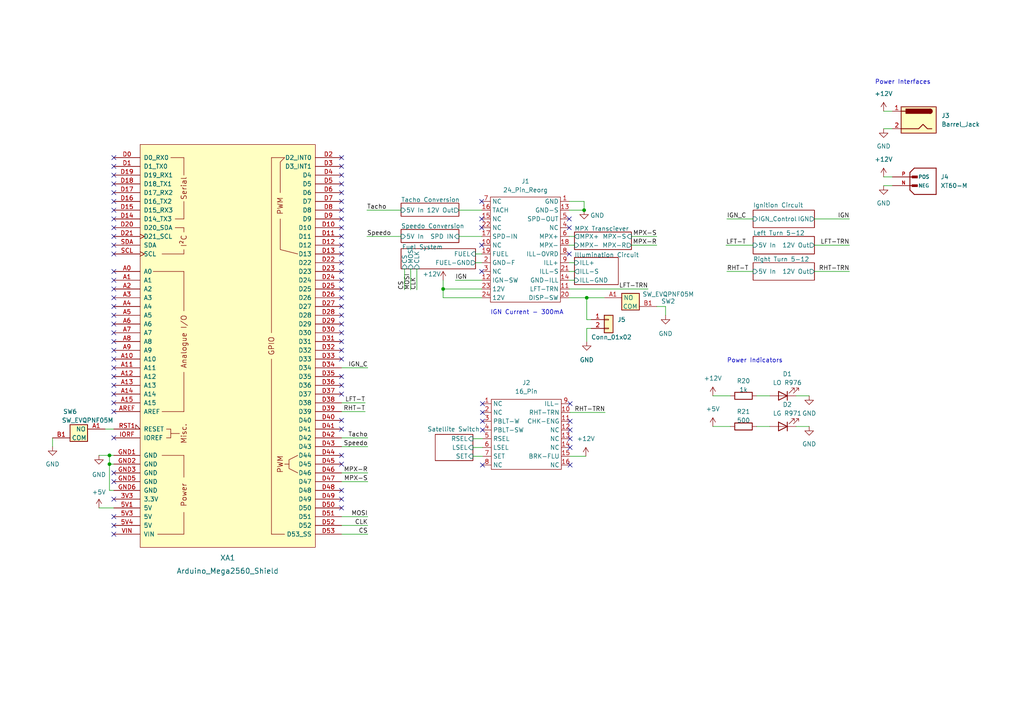
<source format=kicad_sch>
(kicad_sch (version 20230121) (generator eeschema)
  (paper "A4")
  (lib_symbols
    (symbol "Connector:Barrel_Jack" (pin_names (offset 1.016))
      (property "Reference" "J" (at 0 5.334 0))
      (property "Value" "Barrel_Jack" (at 0 -5.08 0))
      (symbol "Barrel_Jack_0_1"
        (rectangle (start -5.08 3.81) (end 5.08 -3.81) (stroke (width 0.254)) (fill (type background)))
        (arc (start -3.302 3.175) (mid -3.9343 2.54) (end -3.302 1.905) (stroke (width 0.254)))
        (arc (start -3.302 3.175) (mid -3.9343 2.54) (end -3.302 1.905) (stroke (width 0.254)) (fill (type outline)))
        (polyline (pts (xy 5.08 2.54) (xy 3.81 2.54)) (stroke (width 0.254)))
        (polyline (pts (xy -3.81 -2.54) (xy -2.54 -2.54) (xy -1.27 -1.27) (xy 0 -2.54) (xy 2.54 -2.54) (xy 5.08 -2.54)) (stroke (width 0.254)))
        (rectangle (start 3.683 3.175) (end -3.302 1.905) (stroke (width 0.254)) (fill (type outline)))
      )
      (symbol "Barrel_Jack_1_1"
        (pin passive line (at 7.62 2.54 180) (length 2.54) (name "~") (number "1"))
        (pin passive line (at 7.62 -2.54 180) (length 2.54) (name "~") (number "2"))
      )
    )
    (symbol "Connector_Generic:Conn_01x02" (pin_names (offset 1.016) hide)
      (property "Reference" "J" (at 0 2.54 0))
      (property "Value" "Conn_01x02" (at 0 -5.08 0))
      (symbol "Conn_01x02_1_1"
        (rectangle (start -1.27 -2.413) (end 0 -2.667) (stroke (width 0.1524)))
        (rectangle (start -1.27 0.127) (end 0 -0.127) (stroke (width 0.1524)))
        (rectangle (start -1.27 1.27) (end 1.27 -3.81) (stroke (width 0.254)) (fill (type background)))
        (pin passive line (at -5.08 0 0) (length 3.81) (name "Pin_1") (number "1"))
        (pin passive line (at -5.08 -2.54 0) (length 3.81) (name "Pin_2") (number "2"))
      )
    )
    (symbol "Device:LED" (pin_numbers hide) (pin_names (offset 1.016) hide)
      (property "Reference" "D" (at 0 2.54 0))
      (property "Value" "LED" (at 0 -2.54 0))
      (symbol "LED_0_1"
        (polyline (pts (xy -1.27 -1.27) (xy -1.27 1.27)) (stroke (width 0.254)))
        (polyline (pts (xy -1.27 0) (xy 1.27 0)))
        (polyline (pts (xy 1.27 -1.27) (xy 1.27 1.27) (xy -1.27 0) (xy 1.27 -1.27)) (stroke (width 0.254)))
        (polyline (pts (xy -3.048 -0.762) (xy -4.572 -2.286) (xy -3.81 -2.286) (xy -4.572 -2.286) (xy -4.572 -1.524)))
        (polyline (pts (xy -1.778 -0.762) (xy -3.302 -2.286) (xy -2.54 -2.286) (xy -3.302 -2.286) (xy -3.302 -1.524)))
      )
      (symbol "LED_1_1"
        (pin passive line (at -3.81 0 0) (length 2.54) (name "K") (number "1"))
        (pin passive line (at 3.81 0 180) (length 2.54) (name "A") (number "2"))
      )
    )
    (symbol "Device:R" (pin_numbers hide) (pin_names (offset 0))
      (property "Reference" "R" (at 2.032 0 90))
      (property "Value" "R" (at 0 0 90))
      (symbol "R_0_1"
        (rectangle (start -1.016 -2.54) (end 1.016 2.54) (stroke (width 0.254)))
      )
      (symbol "R_1_1"
        (pin passive line (at 0 3.81 270) (length 1.27) (name "~") (number "1"))
        (pin passive line (at 0 -3.81 90) (length 1.27) (name "~") (number "2"))
      )
    )
    (symbol "IS250 Interface Board:16_Pin"
      (property "Reference" "J" (at -8.89 11.43 0))
      (property "Value" "16_Pin" (at 6.35 -11.43 0))
      (symbol "16_Pin_0_1"
        (rectangle (start -10.16 10.16) (end 10.16 -10.16))
      )
      (symbol "16_Pin_1_1"
        (pin input line (at -12.7 8.89 0) (length 2.54) (name "NC") (number "1"))
        (pin input line (at 12.7 6.35 180) (length 2.54) (name "RHT-TRN") (number "10"))
        (pin input line (at 12.7 3.81 180) (length 2.54) (name "CHK-ENG") (number "11"))
        (pin input line (at 12.7 1.27 180) (length 2.54) (name "NC") (number "12"))
        (pin input line (at 12.7 -1.27 180) (length 2.54) (name "NC") (number "13"))
        (pin input line (at 12.7 -3.81 180) (length 2.54) (name "NC") (number "14"))
        (pin input line (at 12.7 -6.35 180) (length 2.54) (name "BRK-FLU") (number "15"))
        (pin input line (at 12.7 -8.89 180) (length 2.54) (name "NC") (number "16"))
        (pin input line (at -12.7 6.35 0) (length 2.54) (name "NC") (number "2"))
        (pin input line (at -12.7 3.81 0) (length 2.54) (name "PBLT-W") (number "3"))
        (pin input line (at -12.7 1.27 0) (length 2.54) (name "PBLT-SW") (number "4"))
        (pin input line (at -12.7 -1.27 0) (length 2.54) (name "RSEL") (number "5"))
        (pin input line (at -12.7 -3.81 0) (length 2.54) (name "LSEL") (number "6"))
        (pin input line (at -12.7 -6.35 0) (length 2.54) (name "SET") (number "7"))
        (pin input line (at -12.7 -8.89 0) (length 2.54) (name "NC") (number "8"))
        (pin input line (at 12.7 8.89 180) (length 2.54) (name "ILL-") (number "9"))
      )
    )
    (symbol "IS250 Interface Board:24_Pin_Reorg"
      (property "Reference" "J" (at -8.89 16.51 0))
      (property "Value" "24_Pin_Reorg" (at 6.35 -16.51 0))
      (symbol "24_Pin_Reorg_0_1"
        (rectangle (start -10.16 15.24) (end 10.16 -15.24))
      )
      (symbol "24_Pin_Reorg_1_1"
        (pin input line (at -12.7 13.97 0) (length 2.54) (name "GND") (number "1"))
        (pin input line (at 12.7 1.27 180) (length 2.54) (name "NC") (number "10"))
        (pin input line (at -12.7 -11.43 0) (length 2.54) (name "LFT-TRN") (number "11"))
        (pin input line (at 12.7 -8.89 180) (length 2.54) (name "IGN-SW") (number "12"))
        (pin input line (at -12.7 11.43 0) (length 2.54) (name "GND-S") (number "13"))
        (pin input line (at -12.7 -8.89 0) (length 2.54) (name "GND-ILL") (number "14"))
        (pin input line (at 12.7 8.89 180) (length 2.54) (name "NC") (number "15"))
        (pin input line (at 12.7 11.43 180) (length 2.54) (name "TACH") (number "16"))
        (pin input line (at 12.7 3.81 180) (length 2.54) (name "SPD-IN") (number "17"))
        (pin input line (at -12.7 1.27 0) (length 2.54) (name "MPX-") (number "18"))
        (pin input line (at 12.7 -1.27 180) (length 2.54) (name "FUEL") (number "19"))
        (pin input line (at 12.7 -3.81 180) (length 2.54) (name "GND-F") (number "2"))
        (pin input line (at -12.7 -13.97 0) (length 2.54) (name "DISP-SW") (number "20"))
        (pin input line (at -12.7 -6.35 0) (length 2.54) (name "ILL-S") (number "21"))
        (pin input line (at 12.7 6.35 180) (length 2.54) (name "NC") (number "22"))
        (pin input line (at 12.7 -11.43 180) (length 2.54) (name "12V") (number "23"))
        (pin input line (at 12.7 -13.97 180) (length 2.54) (name "12V") (number "24"))
        (pin input line (at 12.7 -6.35 180) (length 2.54) (name "NC") (number "3"))
        (pin input line (at -12.7 6.35 0) (length 2.54) (name "NC") (number "4"))
        (pin input line (at -12.7 8.89 0) (length 2.54) (name "SPD-OUT") (number "5"))
        (pin input line (at -12.7 3.81 0) (length 2.54) (name "MPX+") (number "6"))
        (pin input line (at 12.7 13.97 180) (length 2.54) (name "NC") (number "7"))
        (pin input line (at -12.7 -1.27 0) (length 2.54) (name "ILL-OVRD") (number "8"))
        (pin input line (at -12.7 -3.81 0) (length 2.54) (name "ILL+") (number "9"))
      )
    )
    (symbol "SamacSys_Parts:EVQ-PNF05M"
      (property "Reference" "S" (at 5.334 7.62 0))
      (property "Value" "EVQ-PNF05M" (at 5.334 5.08 0))
      (symbol "EVQ-PNF05M_1_1"
        (rectangle (start 5.08 1.27) (end 10.16 -3.556) (stroke (width 0.254)) (fill (type background)))
        (pin passive line (at 0 0 0) (length 5.08) (name "NO") (number "A1"))
        (pin passive line (at 15.24 -2.54 180) (length 5.08) (name "COM") (number "B1"))
      )
    )
    (symbol "XT60-M:XT60-M" (pin_names (offset 1.016))
      (property "Reference" "J?" (at 8.89 2.5401 0))
      (property "Value" "XT60-M" (at 8.89 0.0001 0))
      (symbol "XT60-M_0_0"
        (polyline (pts (xy 0 -1.27) (xy 1.27 -2.54)) (stroke (width 0.254)))
        (polyline (pts (xy 0 0) (xy 1.905 0)) (stroke (width 0.254)))
        (polyline (pts (xy 0 2.54) (xy 0 -1.27)) (stroke (width 0.254)))
        (polyline (pts (xy 0 2.54) (xy 1.905 2.54)) (stroke (width 0.254)))
        (polyline (pts (xy 0 3.81) (xy 0 2.54)) (stroke (width 0.254)))
        (polyline (pts (xy 0 3.81) (xy 1.27 5.08)) (stroke (width 0.254)))
        (polyline (pts (xy 1.27 -2.54) (xy 7.62 -2.54)) (stroke (width 0.254)))
        (polyline (pts (xy 7.62 -2.54) (xy 7.62 5.08)) (stroke (width 0.254)))
        (polyline (pts (xy 7.62 5.08) (xy 1.27 5.08)) (stroke (width 0.254)))
        (rectangle (start 0.6096 -0.3048) (end 2.2098 0.3048) (fill (type outline)))
        (rectangle (start 0.6096 2.2098) (end 2.2098 2.8448) (fill (type outline)))
        (pin passive line (at -5.08 0 0) (length 6.5) (name "NEG") (number "N"))
        (pin passive line (at -5.08 2.54 0) (length 6.5) (name "POS") (number "P"))
      )
    )
    (symbol "arduino:Arduino_Mega2560_Shield" (pin_names (offset 1.016))
      (property "Reference" "XA1" (at 0 -61.468 0))
      (property "Value" "Arduino_Mega2560_Shield" (at 0 -65.278 0))
      (symbol "Arduino_Mega2560_Shield_0_0"
        (rectangle (start -25.4 58.42) (end 25.4 -58.42) (fill (type background)))
        (rectangle (start -20.32 -54.61) (end -12.7 -54.61))
        (rectangle (start -19.05 -31.75) (end -12.7 -31.75))
        (rectangle (start -19.05 -19.05) (end -12.7 -19.05))
        (rectangle (start -19.05 26.67) (end -12.7 26.67))
        (rectangle (start -17.78 -26.67) (end -16.51 -26.67))
        (rectangle (start -17.78 -24.13) (end -16.51 -24.13))
        (rectangle (start -16.51 -25.4) (end -13.97 -25.4))
        (rectangle (start -16.51 -24.13) (end -16.51 -26.67))
        (rectangle (start -16.51 54.61) (end -12.7 54.61))
        (rectangle (start -15.24 34.29) (end -12.7 34.29))
        (rectangle (start -15.24 36.83) (end -12.7 36.83))
        (rectangle (start -12.7 -54.61) (end -12.7 -48.26))
        (rectangle (start -12.7 -31.75) (end -12.7 -38.1))
        (rectangle (start -12.7 26.67) (end -12.7 27.94))
        (rectangle (start -12.7 34.29) (end -12.7 33.02))
        (rectangle (start -12.7 41.91) (end -12.7 36.83))
        (rectangle (start -12.7 49.53) (end -12.7 54.61))
        (polyline (pts (xy -21.59 21.59) (xy -12.7 21.59)))
        (polyline (pts (xy -12.7 -19.05) (xy -12.7 -7.62)))
        (polyline (pts (xy -12.7 10.16) (xy -12.7 21.59)))
        (polyline (pts (xy 12.7 -54.61) (xy 16.51 -54.61)))
        (polyline (pts (xy 12.7 54.61) (xy 16.51 54.61)))
        (polyline (pts (xy 17.78 -34.29) (xy 16.51 -34.29)))
        (polyline (pts (xy 15.24 36.83) (xy 15.24 27.94) (xy 20.32 26.67)))
        (polyline (pts (xy 15.24 44.45) (xy 15.24 53.34) (xy 16.51 54.61)))
        (polyline (pts (xy 20.32 -31.75) (xy 17.78 -33.02) (xy 17.78 -35.56) (xy 20.32 -36.83)))
        (text "Analogue I/O" (at -12.7 1.27 900) (effects (font (size 1.524 1.524))))
        (text "I²C" (at -12.7 30.48 900) (effects (font (size 1.524 1.524))))
        (text "Misc." (at -12.7 -25.4 900) (effects (font (size 1.524 1.524))))
        (text "Power" (at -12.7 -43.18 900) (effects (font (size 1.524 1.524))))
        (text "PWM" (at 15.24 -34.29 900) (effects (font (size 1.524 1.524))))
        (text "PWM" (at 15.24 40.64 900) (effects (font (size 1.524 1.524))))
        (text "Serial" (at -12.7 45.72 900) (effects (font (size 1.524 1.524))))
      )
      (symbol "Arduino_Mega2560_Shield_1_0"
        (rectangle (start 12.7 -54.61) (end 12.7 -3.81))
        (rectangle (start 12.7 54.61) (end 12.7 3.81))
        (text "GPIO" (at 12.7 0 900) (effects (font (size 1.524 1.524))))
      )
      (symbol "Arduino_Mega2560_Shield_1_1"
        (pin power_in line (at -33.02 -44.45 0) (length 7.62) (name "3.3V") (number "3V3"))
        (pin power_in line (at -33.02 -46.99 0) (length 7.62) (name "5V") (number "5V1"))
        (pin power_in line (at -33.02 -49.53 0) (length 7.62) (name "5V") (number "5V3"))
        (pin power_in line (at -33.02 -52.07 0) (length 7.62) (name "5V") (number "5V4"))
        (pin bidirectional line (at -33.02 21.59 0) (length 7.62) (name "A0") (number "A0"))
        (pin bidirectional line (at -33.02 19.05 0) (length 7.62) (name "A1") (number "A1"))
        (pin bidirectional line (at -33.02 -3.81 0) (length 7.62) (name "A10") (number "A10"))
        (pin bidirectional line (at -33.02 -6.35 0) (length 7.62) (name "A11") (number "A11"))
        (pin bidirectional line (at -33.02 -8.89 0) (length 7.62) (name "A12") (number "A12"))
        (pin bidirectional line (at -33.02 -11.43 0) (length 7.62) (name "A13") (number "A13"))
        (pin bidirectional line (at -33.02 -13.97 0) (length 7.62) (name "A14") (number "A14"))
        (pin bidirectional line (at -33.02 -16.51 0) (length 7.62) (name "A15") (number "A15"))
        (pin bidirectional line (at -33.02 16.51 0) (length 7.62) (name "A2") (number "A2"))
        (pin bidirectional line (at -33.02 13.97 0) (length 7.62) (name "A3") (number "A3"))
        (pin bidirectional line (at -33.02 11.43 0) (length 7.62) (name "A4") (number "A4"))
        (pin bidirectional line (at -33.02 8.89 0) (length 7.62) (name "A5") (number "A5"))
        (pin bidirectional line (at -33.02 6.35 0) (length 7.62) (name "A6") (number "A6"))
        (pin bidirectional line (at -33.02 3.81 0) (length 7.62) (name "A7") (number "A7"))
        (pin bidirectional line (at -33.02 1.27 0) (length 7.62) (name "A8") (number "A8"))
        (pin bidirectional line (at -33.02 -1.27 0) (length 7.62) (name "A9") (number "A9"))
        (pin input line (at -33.02 -19.05 0) (length 7.62) (name "AREF") (number "AREF"))
        (pin bidirectional line (at -33.02 54.61 0) (length 7.62) (name "D0_RX0") (number "D0"))
        (pin bidirectional line (at -33.02 52.07 0) (length 7.62) (name "D1_TX0") (number "D1"))
        (pin bidirectional line (at 33.02 34.29 180) (length 7.62) (name "D10") (number "D10"))
        (pin bidirectional line (at 33.02 31.75 180) (length 7.62) (name "D11") (number "D11"))
        (pin bidirectional line (at 33.02 29.21 180) (length 7.62) (name "D12") (number "D12"))
        (pin bidirectional line (at 33.02 26.67 180) (length 7.62) (name "D13") (number "D13"))
        (pin bidirectional line (at -33.02 36.83 0) (length 7.62) (name "D14_TX3") (number "D14"))
        (pin bidirectional line (at -33.02 39.37 0) (length 7.62) (name "D15_RX3") (number "D15"))
        (pin bidirectional line (at -33.02 41.91 0) (length 7.62) (name "D16_TX2") (number "D16"))
        (pin bidirectional line (at -33.02 44.45 0) (length 7.62) (name "D17_RX2") (number "D17"))
        (pin bidirectional line (at -33.02 46.99 0) (length 7.62) (name "D18_TX1") (number "D18"))
        (pin bidirectional line (at -33.02 49.53 0) (length 7.62) (name "D19_RX1") (number "D19"))
        (pin bidirectional line (at 33.02 54.61 180) (length 7.62) (name "D2_INT0") (number "D2"))
        (pin bidirectional line (at -33.02 34.29 0) (length 7.62) (name "D20_SDA") (number "D20"))
        (pin bidirectional clock (at -33.02 31.75 0) (length 7.62) (name "D21_SCL") (number "D21"))
        (pin bidirectional line (at 33.02 24.13 180) (length 7.62) (name "D22") (number "D22"))
        (pin bidirectional line (at 33.02 21.59 180) (length 7.62) (name "D23") (number "D23"))
        (pin bidirectional line (at 33.02 19.05 180) (length 7.62) (name "D24") (number "D24"))
        (pin bidirectional line (at 33.02 16.51 180) (length 7.62) (name "D25") (number "D25"))
        (pin bidirectional line (at 33.02 13.97 180) (length 7.62) (name "D26") (number "D26"))
        (pin bidirectional line (at 33.02 11.43 180) (length 7.62) (name "D27") (number "D27"))
        (pin bidirectional line (at 33.02 8.89 180) (length 7.62) (name "D28") (number "D28"))
        (pin bidirectional line (at 33.02 6.35 180) (length 7.62) (name "D29") (number "D29"))
        (pin bidirectional line (at 33.02 52.07 180) (length 7.62) (name "D3_INT1") (number "D3"))
        (pin bidirectional line (at 33.02 3.81 180) (length 7.62) (name "D30") (number "D30"))
        (pin bidirectional line (at 33.02 1.27 180) (length 7.62) (name "D31") (number "D31"))
        (pin bidirectional line (at 33.02 -1.27 180) (length 7.62) (name "D32") (number "D32"))
        (pin bidirectional line (at 33.02 -3.81 180) (length 7.62) (name "D33") (number "D33"))
        (pin bidirectional line (at 33.02 -6.35 180) (length 7.62) (name "D34") (number "D34"))
        (pin bidirectional line (at 33.02 -8.89 180) (length 7.62) (name "D35") (number "D35"))
        (pin bidirectional line (at 33.02 -11.43 180) (length 7.62) (name "D36") (number "D36"))
        (pin bidirectional line (at 33.02 -13.97 180) (length 7.62) (name "D37") (number "D37"))
        (pin bidirectional line (at 33.02 -16.51 180) (length 7.62) (name "D38") (number "D38"))
        (pin bidirectional line (at 33.02 -19.05 180) (length 7.62) (name "D39") (number "D39"))
        (pin bidirectional line (at 33.02 49.53 180) (length 7.62) (name "D4") (number "D4"))
        (pin bidirectional line (at 33.02 -21.59 180) (length 7.62) (name "D40") (number "D40"))
        (pin bidirectional line (at 33.02 -24.13 180) (length 7.62) (name "D41") (number "D41"))
        (pin bidirectional line (at 33.02 -26.67 180) (length 7.62) (name "D42") (number "D42"))
        (pin bidirectional line (at 33.02 -29.21 180) (length 7.62) (name "D43") (number "D43"))
        (pin bidirectional line (at 33.02 -31.75 180) (length 7.62) (name "D44") (number "D44"))
        (pin bidirectional line (at 33.02 -34.29 180) (length 7.62) (name "D45") (number "D45"))
        (pin bidirectional line (at 33.02 -36.83 180) (length 7.62) (name "D46") (number "D46"))
        (pin bidirectional line (at 33.02 -39.37 180) (length 7.62) (name "D47") (number "D47"))
        (pin bidirectional line (at 33.02 -41.91 180) (length 7.62) (name "D48") (number "D48"))
        (pin bidirectional line (at 33.02 -44.45 180) (length 7.62) (name "D49") (number "D49"))
        (pin bidirectional line (at 33.02 46.99 180) (length 7.62) (name "D5") (number "D5"))
        (pin bidirectional line (at 33.02 -46.99 180) (length 7.62) (name "D50") (number "D50"))
        (pin bidirectional line (at 33.02 -49.53 180) (length 7.62) (name "D51") (number "D51"))
        (pin bidirectional line (at 33.02 -52.07 180) (length 7.62) (name "D52") (number "D52"))
        (pin bidirectional line (at 33.02 -54.61 180) (length 7.62) (name "D53_SS") (number "D53"))
        (pin bidirectional line (at 33.02 44.45 180) (length 7.62) (name "D6") (number "D6"))
        (pin bidirectional line (at 33.02 41.91 180) (length 7.62) (name "D7") (number "D7"))
        (pin bidirectional line (at 33.02 39.37 180) (length 7.62) (name "D8") (number "D8"))
        (pin bidirectional line (at 33.02 36.83 180) (length 7.62) (name "D9") (number "D9"))
        (pin power_in line (at -33.02 -31.75 0) (length 7.62) (name "GND") (number "GND1"))
        (pin power_in line (at -33.02 -34.29 0) (length 7.62) (name "GND") (number "GND2"))
        (pin power_in line (at -33.02 -36.83 0) (length 7.62) (name "GND") (number "GND3"))
        (pin power_in line (at -33.02 -39.37 0) (length 7.62) (name "GND") (number "GND5"))
        (pin power_in line (at -33.02 -41.91 0) (length 7.62) (name "GND") (number "GND6"))
        (pin output line (at -33.02 -26.67 0) (length 7.62) (name "IOREF") (number "IORF"))
        (pin open_collector input_low (at -33.02 -24.13 0) (length 7.62) (name "RESET") (number "RST1"))
        (pin bidirectional clock (at -33.02 26.67 0) (length 7.62) (name "SCL") (number "SCL"))
        (pin bidirectional line (at -33.02 29.21 0) (length 7.62) (name "SDA") (number "SDA"))
        (pin power_in line (at -33.02 -54.61 0) (length 7.62) (name "VIN") (number "VIN"))
      )
    )
    (symbol "power:+12V" (power) (pin_names (offset 0))
      (property "Value" "+12V" (at 0 3.556 0))
      (symbol "+12V_0_1"
        (polyline (pts (xy -0.762 1.27) (xy 0 2.54)))
        (polyline (pts (xy 0 0) (xy 0 2.54)))
        (polyline (pts (xy 0 2.54) (xy 0.762 1.27)))
      )
      (symbol "+12V_1_1"
        (pin power_in line (at 0 0 90) (length 0) hide (name "+12V") (number "1"))
      )
    )
    (symbol "power:+5V" (power) (pin_names (offset 0))
      (property "Value" "+5V" (at 0 3.556 0))
      (symbol "+5V_0_1"
        (polyline (pts (xy -0.762 1.27) (xy 0 2.54)))
        (polyline (pts (xy 0 0) (xy 0 2.54)))
        (polyline (pts (xy 0 2.54) (xy 0.762 1.27)))
      )
      (symbol "+5V_1_1"
        (pin power_in line (at 0 0 90) (length 0) hide (name "+5V") (number "1"))
      )
    )
    (symbol "power:GND" (power) (pin_names (offset 0))
      (property "Value" "GND" (at 0 -3.81 0))
      (symbol "GND_0_1"
        (polyline (pts (xy 0 0) (xy 0 -1.27) (xy 1.27 -1.27) (xy 0 -2.54) (xy -1.27 -1.27) (xy 0 -1.27)))
      )
      (symbol "GND_1_1"
        (pin power_in line (at 0 0 270) (length 0) hide (name "GND") (number "1"))
      )
    )
  )
  (junction (at 170.18 86.36))
  (junction (at 31.75 132.08))
  (junction (at 128.524 83.82))
  (junction (at 31.75 134.62))
  (junction (at 169.418 60.96))
  (no_connect (at 165.354 117.094))
  (no_connect (at 33.02 81.28))
  (no_connect (at 33.02 83.82))
  (no_connect (at 33.02 86.36))
  (no_connect (at 33.02 88.9))
  (no_connect (at 33.02 91.44))
  (no_connect (at 33.02 93.98))
  (no_connect (at 33.02 96.52))
  (no_connect (at 33.02 101.6))
  (no_connect (at 33.02 104.14))
  (no_connect (at 33.02 106.68))
  (no_connect (at 33.02 109.22))
  (no_connect (at 33.02 99.06))
  (no_connect (at 139.954 117.094))
  (no_connect (at 139.954 119.634))
  (no_connect (at 139.954 122.174))
  (no_connect (at 139.954 124.714))
  (no_connect (at 139.954 134.874))
  (no_connect (at 165.354 134.874))
  (no_connect (at 165.354 129.794))
  (no_connect (at 165.354 127.254))
  (no_connect (at 165.354 124.714))
  (no_connect (at 165.1 66.04))
  (no_connect (at 165.1 73.66))
  (no_connect (at 139.7 78.74))
  (no_connect (at 139.7 58.42))
  (no_connect (at 139.7 66.04))
  (no_connect (at 139.7 63.5))
  (no_connect (at 139.7 71.12))
  (no_connect (at 99.06 58.42))
  (no_connect (at 165.354 122.174))
  (no_connect (at 33.02 144.78))
  (no_connect (at 33.02 111.76))
  (no_connect (at 33.02 114.3))
  (no_connect (at 33.02 116.84))
  (no_connect (at 33.02 119.38))
  (no_connect (at 33.02 127))
  (no_connect (at 33.02 137.16))
  (no_connect (at 33.02 139.7))
  (no_connect (at 33.02 149.86))
  (no_connect (at 33.02 152.4))
  (no_connect (at 99.06 134.62))
  (no_connect (at 99.06 132.08))
  (no_connect (at 165.1 63.5))
  (no_connect (at 33.02 58.42))
  (no_connect (at 33.02 60.96))
  (no_connect (at 33.02 63.5))
  (no_connect (at 33.02 66.04))
  (no_connect (at 33.02 68.58))
  (no_connect (at 33.02 71.12))
  (no_connect (at 33.02 73.66))
  (no_connect (at 33.02 78.74))
  (no_connect (at 33.02 45.72))
  (no_connect (at 33.02 48.26))
  (no_connect (at 33.02 50.8))
  (no_connect (at 33.02 53.34))
  (no_connect (at 33.02 55.88))
  (no_connect (at 99.06 142.24))
  (no_connect (at 99.06 144.78))
  (no_connect (at 99.06 147.32))
  (no_connect (at 99.06 121.92))
  (no_connect (at 99.06 124.46))
  (no_connect (at 99.06 109.22))
  (no_connect (at 99.06 111.76))
  (no_connect (at 99.06 114.3))
  (no_connect (at 99.06 68.58))
  (no_connect (at 99.06 71.12))
  (no_connect (at 99.06 73.66))
  (no_connect (at 99.06 76.2))
  (no_connect (at 99.06 78.74))
  (no_connect (at 99.06 81.28))
  (no_connect (at 99.06 83.82))
  (no_connect (at 99.06 86.36))
  (no_connect (at 99.06 88.9))
  (no_connect (at 99.06 91.44))
  (no_connect (at 99.06 93.98))
  (no_connect (at 99.06 96.52))
  (no_connect (at 99.06 99.06))
  (no_connect (at 99.06 101.6))
  (no_connect (at 99.06 104.14))
  (no_connect (at 99.06 60.96))
  (no_connect (at 99.06 63.5))
  (no_connect (at 99.06 66.04))
  (no_connect (at 33.02 154.94))
  (no_connect (at 99.06 45.72))
  (no_connect (at 99.06 48.26))
  (no_connect (at 99.06 50.8))
  (no_connect (at 99.06 53.34))
  (no_connect (at 99.06 55.88))
  (wire (pts (xy 165.1 68.58) (xy 166.624 68.58)))
  (wire (pts (xy 183.134 71.12) (xy 190.5 71.12)))
  (wire (pts (xy 170.18 86.36) (xy 175.26 86.36)))
  (wire (pts (xy 31.75 134.62) (xy 33.02 134.62)))
  (wire (pts (xy 33.02 142.24) (xy 31.75 142.24)))
  (wire (pts (xy 28.702 147.32) (xy 33.02 147.32)))
  (wire (pts (xy 230.886 123.698) (xy 234.696 123.698)))
  (wire (pts (xy 165.1 78.74) (xy 166.624 78.74)))
  (wire (pts (xy 133.096 60.96) (xy 139.7 60.96)))
  (wire (pts (xy 31.75 134.62) (xy 31.75 132.08)))
  (wire (pts (xy 137.922 76.2) (xy 139.7 76.2)))
  (wire (pts (xy 106.68 139.7) (xy 99.06 139.7)))
  (wire (pts (xy 210.566 71.12) (xy 218.44 71.12)))
  (wire (pts (xy 170.18 95.25) (xy 170.18 99.06)))
  (wire (pts (xy 99.06 154.94) (xy 106.68 154.94)))
  (wire (pts (xy 210.82 63.5) (xy 218.44 63.5)))
  (wire (pts (xy 105.918 119.38) (xy 99.06 119.38)))
  (wire (pts (xy 219.456 123.698) (xy 223.266 123.698)))
  (wire (pts (xy 193.04 88.9) (xy 193.04 91.44)))
  (wire (pts (xy 165.1 81.28) (xy 166.624 81.28)))
  (wire (pts (xy 105.918 116.84) (xy 99.06 116.84)))
  (wire (pts (xy 137.16 132.334) (xy 139.954 132.334)))
  (wire (pts (xy 99.06 149.86) (xy 106.68 149.86)))
  (wire (pts (xy 171.45 92.71) (xy 170.18 92.71)))
  (wire (pts (xy 128.524 86.36) (xy 139.7 86.36)))
  (wire (pts (xy 169.418 58.42) (xy 169.418 60.96)))
  (wire (pts (xy 133.096 68.58) (xy 139.7 68.58)))
  (wire (pts (xy 256.286 37.338) (xy 258.826 37.338)))
  (wire (pts (xy 230.886 114.808) (xy 234.696 114.808)))
  (wire (pts (xy 106.426 60.96) (xy 116.332 60.96)))
  (wire (pts (xy 119.126 77.978) (xy 119.126 84.074)))
  (wire (pts (xy 165.1 83.82) (xy 187.96 83.82)))
  (wire (pts (xy 236.22 71.12) (xy 246.38 71.12)))
  (wire (pts (xy 128.524 83.82) (xy 128.524 86.36)))
  (wire (pts (xy 206.756 123.698) (xy 211.836 123.698)))
  (wire (pts (xy 30.48 124.46) (xy 33.02 124.46)))
  (wire (pts (xy 165.1 76.2) (xy 166.624 76.2)))
  (wire (pts (xy 183.134 68.58) (xy 190.5 68.58)))
  (wire (pts (xy 137.922 73.66) (xy 139.7 73.66)))
  (wire (pts (xy 190.5 88.9) (xy 193.04 88.9)))
  (wire (pts (xy 165.1 86.36) (xy 170.18 86.36)))
  (wire (pts (xy 128.524 83.82) (xy 139.7 83.82)))
  (wire (pts (xy 99.06 129.54) (xy 106.68 129.54)))
  (wire (pts (xy 169.418 60.96) (xy 165.1 60.96)))
  (wire (pts (xy 128.524 81.28) (xy 128.524 83.82)))
  (wire (pts (xy 236.22 63.5) (xy 246.38 63.5)))
  (wire (pts (xy 219.456 114.808) (xy 223.266 114.808)))
  (wire (pts (xy 236.22 78.74) (xy 246.38 78.74)))
  (wire (pts (xy 99.06 106.68) (xy 106.68 106.68)))
  (wire (pts (xy 28.702 132.08) (xy 31.75 132.08)))
  (wire (pts (xy 132.08 81.28) (xy 139.7 81.28)))
  (wire (pts (xy 171.45 95.25) (xy 170.18 95.25)))
  (wire (pts (xy 137.16 129.794) (xy 139.954 129.794)))
  (wire (pts (xy 256.286 32.258) (xy 258.826 32.258)))
  (wire (pts (xy 210.82 78.74) (xy 218.44 78.74)))
  (wire (pts (xy 256.286 51.308) (xy 258.826 51.308)))
  (wire (pts (xy 106.426 68.58) (xy 116.332 68.58)))
  (wire (pts (xy 137.16 127.254) (xy 139.954 127.254)))
  (wire (pts (xy 256.286 53.848) (xy 258.826 53.848)))
  (wire (pts (xy 165.1 71.12) (xy 166.624 71.12)))
  (wire (pts (xy 165.354 119.634) (xy 175.514 119.634)))
  (wire (pts (xy 99.06 127) (xy 106.68 127)))
  (wire (pts (xy 106.68 137.16) (xy 99.06 137.16)))
  (wire (pts (xy 15.24 127) (xy 15.24 129.54)))
  (wire (pts (xy 31.75 132.08) (xy 33.02 132.08)))
  (wire (pts (xy 206.756 114.808) (xy 211.836 114.808)))
  (wire (pts (xy 117.348 77.978) (xy 117.348 84.074)))
  (wire (pts (xy 99.06 152.4) (xy 106.68 152.4)))
  (wire (pts (xy 165.354 132.334) (xy 169.926 132.334)))
  (wire (pts (xy 165.1 58.42) (xy 169.418 58.42)))
  (wire (pts (xy 170.18 92.71) (xy 170.18 86.36)))
  (wire (pts (xy 120.904 77.978) (xy 120.904 84.074)))
  (wire (pts (xy 31.75 142.24) (xy 31.75 134.62)))
  (text "IGN Current - 300mA\n" (at 142.24 91.44 0) (effects (font (size 1.27 1.27)) (justify left bottom)))
  (text "Power Interfaces\n" (at 253.746 24.638 0) (effects (font (size 1.27 1.27)) (justify left bottom)))
  (text "Power Indicators" (at 210.82 105.41 0) (effects (font (size 1.27 1.27)) (justify left bottom)))
  (label "LFT-T" (at 105.918 116.84 180))
  (label "IGN_C" (at 210.82 63.5 0))
  (label "LFT-TRN" (at 246.38 71.12 180))
  (label "CS" (at 117.348 84.074 90))
  (label "Tacho" (at 106.68 127 180))
  (label "IGN_C" (at 106.68 106.68 180))
  (label "Speedo" (at 106.426 68.58 0))
  (label "LFT-T" (at 210.566 71.12 0))
  (label "CLK" (at 120.904 84.074 90))
  (label "CLK" (at 106.68 152.4 180))
  (label "MOSI" (at 119.126 84.074 90))
  (label "RHT-T" (at 105.918 119.38 180))
  (label "IGN" (at 246.38 63.5 180))
  (label "MPX-R" (at 106.68 137.16 180))
  (label "RHT-TRN" (at 175.514 119.634 180))
  (label "CS" (at 106.68 154.94 180))
  (label "MOSI" (at 106.68 149.86 180))
  (label "LFT-TRN" (at 187.96 83.82 180))
  (label "MPX-S" (at 106.68 139.7 180))
  (label "RHT-TRN" (at 246.38 78.74 180))
  (label "RHT-T" (at 210.82 78.74 0))
  (label "MPX-R" (at 190.5 71.12 180))
  (label "IGN" (at 132.08 81.28 0))
  (label "Speedo" (at 106.68 129.54 180))
  (label "Tacho" (at 106.426 60.96 0))
  (label "MPX-S" (at 190.5 68.58 180))
  (symbol (lib_id "Connector_Generic:Conn_01x02") (at 176.53 92.71 0) (unit 1)
    (property "Reference" "J5" (at 179.07 92.7099 0) (effects (justify left)))
    (property "Value" "Conn_01x02" (at 171.45 97.79 0) (effects (justify left)))
    (property "Footprint" "Connector_PinHeader_2.54mm:PinHeader_1x02_P2.54mm_Vertical" (effects hide))
  )
  (symbol (lib_id "SamacSys_Parts:EVQ-PNF05M") (at 30.48 124.46 0) (mirror y) (unit 1)
    (property "Reference" "SW6" (at 20.32 119.38 0))
    (property "Value" "SW_EVQPNF05M" (at 25.4 121.92 0))
    (property "Footprint" "EVQPNF05M" (effects hide))
    (property "Datasheet" "https://na.industrial.panasonic.com/file-download/245140" (effects hide))
    (property "Height" "5" (effects hide))
    (property "Mouser Part Number" "667-EVQ-PNF05M" (effects hide))
    (property "Mouser Price/Stock" "https://www.mouser.co.uk/ProductDetail/Panasonic/EVQ-PNF05M?qs=whhzBCqEXCurM07rIvhu9w%3D%3D" (effects hide))
    (property "Manufacturer_Name" "Panasonic" (effects hide))
    (property "Manufacturer_Part_Number" "EVQ-PNF05M" (effects hide))
  )
  (symbol (lib_id "Device:R") (at 215.646 123.698 90) (mirror x) (unit 1)
    (property "Reference" "R21" (at 215.646 119.38 90))
    (property "Value" "500" (at 215.646 121.92 90))
    (property "Footprint" "Resistor_SMD:R_0805_2012Metric_Pad1.20x1.40mm_HandSolder" (effects hide))
  )
  (symbol (lib_id "power:+12V") (at 256.286 32.258 0) (unit 1)
    (property "Reference" "#PWR0108" (effects hide))
    (property "Value" "+12V" (at 256.286 27.178 0))
  )
  (symbol (lib_id "power:GND") (at 193.04 91.44 0) (unit 1)
    (property "Reference" "#PWR0104" (effects hide))
    (property "Value" "GND" (at 193.04 96.774 0))
  )
  (symbol (lib_id "power:GND") (at 15.24 129.54 0) (unit 1)
    (property "Reference" "#PWR0135" (effects hide))
    (property "Value" "GND" (at 15.24 134.62 0))
  )
  (symbol (lib_id "power:+12V") (at 169.926 132.334 0) (unit 1)
    (property "Reference" "#PWR0103" (effects hide))
    (property "Value" "+12V" (at 169.926 127.254 0))
  )
  (symbol (lib_id "XT60-M:XT60-M") (at 263.906 53.848 0) (unit 1)
    (property "Reference" "J4" (at 272.796 51.3079 0) (effects (justify left)))
    (property "Value" "XT60-M" (at 272.796 53.8479 0) (effects (justify left)))
    (property "Footprint" "AMASS_XT60-M" (effects hide))
    (property "MAXIMUM_PACKAGE_HEIGHT" "16.00 mm" (effects hide))
    (property "MANUFACTURER" "AMASS" (effects hide))
    (property "PARTREV" "V1.2" (effects hide))
    (property "STANDARD" "IPC 7351B" (effects hide))
  )
  (symbol (lib_id "SamacSys_Parts:EVQ-PNF05M") (at 175.26 86.36 0) (unit 1)
    (property "Reference" "SW2" (at 193.802 87.376 0))
    (property "Value" "SW_EVQPNF05M" (at 193.802 85.344 0))
    (property "Footprint" "EVQPNF05M" (effects hide))
    (property "Datasheet" "https://na.industrial.panasonic.com/file-download/245140" (effects hide))
    (property "Height" "5" (effects hide))
    (property "Mouser Part Number" "667-EVQ-PNF05M" (effects hide))
    (property "Mouser Price/Stock" "https://www.mouser.co.uk/ProductDetail/Panasonic/EVQ-PNF05M?qs=whhzBCqEXCurM07rIvhu9w%3D%3D" (effects hide))
    (property "Manufacturer_Name" "Panasonic" (effects hide))
    (property "Manufacturer_Part_Number" "EVQ-PNF05M" (effects hide))
  )
  (symbol (lib_id "arduino:Arduino_Mega2560_Shield") (at 66.04 100.33 0) (unit 1)
    (property "Reference" "XA1" (at 66.04 161.798 0) (effects (font (size 1.524 1.524))))
    (property "Value" "Arduino_Mega2560_Shield" (at 66.04 165.608 0) (effects (font (size 1.524 1.524))))
    (property "Footprint" "Arduino:Arduino_Mega2560_Shield" (effects hide))
    (property "Datasheet" "https://store.arduino.cc/arduino-mega-2560-rev3" (effects hide))
  )
  (symbol (lib_id "power:GND") (at 234.696 114.808 0) (unit 1)
    (property "Reference" "#PWR0137" (effects hide))
    (property "Value" "GND" (at 234.696 119.888 0))
  )
  (symbol (lib_id "power:GND") (at 170.18 99.06 0) (unit 1)
    (property "Reference" "#PWR0140" (effects hide))
    (property "Value" "GND" (at 170.18 104.394 0))
  )
  (symbol (lib_id "Device:LED") (at 227.076 123.698 180) (unit 1)
    (property "Reference" "D2" (at 228.346 117.348 0))
    (property "Value" "LG R971" (at 228.346 119.888 0))
    (property "Footprint" "SamacSys_Parts:LEDC2012X90N" (effects hide))
  )
  (symbol (lib_id "power:GND") (at 256.286 53.848 0) (unit 1)
    (property "Reference" "#PWR0133" (effects hide))
    (property "Value" "GND" (at 256.286 58.928 0))
  )
  (symbol (lib_id "Device:LED") (at 227.076 114.808 180) (unit 1)
    (property "Reference" "D1" (at 228.346 108.458 0))
    (property "Value" "LO R976" (at 228.346 110.998 0))
    (property "Footprint" "SamacSys_Parts:LEDC2012X90N" (effects hide))
  )
  (symbol (lib_id "power:GND") (at 256.286 37.338 0) (unit 1)
    (property "Reference" "#PWR0107" (effects hide))
    (property "Value" "GND" (at 256.286 42.418 0))
  )
  (symbol (lib_id "power:+12V") (at 206.756 114.808 0) (unit 1)
    (property "Reference" "#PWR0138" (effects hide))
    (property "Value" "+12V" (at 206.756 109.728 0))
  )
  (symbol (lib_id "power:GND") (at 234.696 123.698 0) (unit 1)
    (property "Reference" "#PWR0136" (effects hide))
    (property "Value" "GND" (at 234.696 128.778 0))
  )
  (symbol (lib_id "power:+12V") (at 256.286 51.308 0) (unit 1)
    (property "Reference" "#PWR0134" (effects hide))
    (property "Value" "+12V" (at 256.286 46.228 0))
  )
  (symbol (lib_id "Connector:Barrel_Jack") (at 266.446 34.798 0) (mirror y) (unit 1)
    (property "Reference" "J3" (at 273.05 33.5279 0) (effects (justify right)))
    (property "Value" "Barrel_Jack" (at 273.05 36.0679 0) (effects (justify right)))
    (property "Footprint" "Connector_BarrelJack:BarrelJack_Horizontal" (effects hide))
  )
  (symbol (lib_id "Device:R") (at 215.646 114.808 90) (mirror x) (unit 1)
    (property "Reference" "R20" (at 215.646 110.49 90))
    (property "Value" "1k" (at 215.646 113.03 90))
    (property "Footprint" "Resistor_SMD:R_0805_2012Metric_Pad1.20x1.40mm_HandSolder" (effects hide))
  )
  (symbol (lib_id "IS250 Interface Board:24_Pin_Reorg") (at 152.4 72.39 0) (mirror y) (unit 1)
    (property "Reference" "J1" (at 152.4 52.578 0))
    (property "Value" "24_Pin_Reorg" (at 152.4 55.118 0))
    (property "Footprint" "IS250 Interface Board:24Pin" (effects hide))
  )
  (symbol (lib_id "power:GND") (at 28.702 132.08 0) (unit 1)
    (property "Reference" "#PWR0105" (effects hide))
    (property "Value" "GND" (at 28.702 137.668 0))
  )
  (symbol (lib_id "power:GND") (at 169.418 60.96 0) (mirror y) (unit 1)
    (property "Reference" "#PWR0102" (effects hide))
    (property "Value" "GND" (at 173.228 62.484 0))
  )
  (symbol (lib_id "power:+5V") (at 206.756 123.698 0) (unit 1)
    (property "Reference" "#PWR0139" (effects hide))
    (property "Value" "+5V" (at 206.756 118.618 0))
  )
  (symbol (lib_id "IS250 Interface Board:16_Pin") (at 152.654 125.984 0) (unit 1)
    (property "Reference" "J2" (at 152.654 110.998 0))
    (property "Value" "16_Pin" (at 152.654 113.538 0))
    (property "Footprint" "IS250 Interface Board:16Pin" (effects hide))
  )
  (symbol (lib_id "power:+5V") (at 28.702 147.32 0) (unit 1)
    (property "Reference" "#PWR0106" (effects hide))
    (property "Value" "+5V" (at 28.702 142.748 0))
  )
  (symbol (lib_id "power:+12V") (at 128.524 81.28 0) (unit 1)
    (property "Reference" "#PWR0101" (effects hide))
    (property "Value" "+12V" (at 125.222 79.502 0))
  )
  (sheet (at 218.44 76.2) (size 17.78 5.08) (stroke (width 0.1524))
    (property "Sheetname" "Right Turn 5-12" (at 218.44 75.946 0) (effects (justify left bottom)))
    (property "Sheetfile" "5V-12V Signal.kicad_sch" (effects hide))
    (pin "12V Out" output (at 236.22 78.74 0))
    (pin "5V In" input (at 218.44 78.74 180))
  )
  (sheet (at 116.332 58.928) (size 16.764 3.81) (stroke (width 0.1524))
    (property "Sheetname" "Tacho Conversion" (at 116.332 58.674 0) (effects (justify left bottom)))
    (property "Sheetfile" "5V-12V Signal.kicad_sch" (effects hide))
    (pin "12V Out" output (at 133.096 60.96 0))
    (pin "5V In" input (at 116.332 60.96 180))
  )
  (sheet (at 166.624 67.31) (size 16.51 5.08) (stroke (width 0.1524))
    (property "Sheetname" "MPX Transciever" (at 166.624 67.056 0) (effects (justify left bottom)))
    (property "Sheetfile" "MPX_Transciever.kicad_sch" (effects hide))
    (pin "MPX+" output (at 166.624 68.58 180))
    (pin "MPX-S" input (at 183.134 68.58 0))
    (pin "MPX-" input (at 166.624 71.12 180))
    (pin "MPX-R" output (at 183.134 71.12 0))
  )
  (sheet (at 218.44 60.96) (size 17.78 5.08) (stroke (width 0.1524))
    (property "Sheetname" "Ignition Circuit" (at 218.44 60.2484 0) (effects (justify left bottom)))
    (property "Sheetfile" "Ignition_Circuit.kicad_sch" (effects hide))
    (pin "IGN" output (at 236.22 63.5 0))
    (pin "IGN_Control" input (at 218.44 63.5 180))
  )
  (sheet (at 166.624 74.676) (size 12.7 7.874) (stroke (width 0.1524))
    (property "Sheetname" "Illumination Circuit" (at 166.624 74.676 0) (effects (justify left bottom)))
    (property "Sheetfile" "Illumination_Circuit.kicad_sch" (effects hide))
    (pin "ILL+" input (at 166.624 76.2 180))
    (pin "ILL-GND" input (at 166.624 81.28 180))
    (pin "ILL-S" output (at 166.624 78.74 180))
  )
  (sheet (at 116.332 66.548) (size 16.764 3.81) (stroke (width 0.1524))
    (property "Sheetname" "Speedo Conversion" (at 116.332 66.294 0) (effects (justify left bottom)))
    (property "Sheetfile" "5V-12V Signal Speedo.kicad_sch" (effects hide))
    (pin "5V In" input (at 116.332 68.58 180))
    (pin "SPD IN" input (at 133.096 68.58 0))
  )
  (sheet (at 218.44 68.58) (size 17.78 5.08) (stroke (width 0.1524))
    (property "Sheetname" "Left Turn 5-12" (at 218.44 68.326 0) (effects (justify left bottom)))
    (property "Sheetfile" "5V-12V Signal.kicad_sch" (effects hide))
    (pin "12V Out" output (at 236.22 71.12 0))
    (pin "5V In" input (at 218.44 71.12 180))
  )
  (sheet (at 126.238 125.984) (size 10.922 7.62) (stroke (width 0.1524))
    (property "Sheetname" "Satellite Switch" (at 123.952 125.222 0) (effects (justify left bottom)))
    (property "Sheetfile" "Satellite Switch.kicad_sch" (effects hide))
    (pin "RSEL" input (at 137.16 127.254 0))
    (pin "SET" input (at 137.16 132.334 0))
    (pin "LSEL" input (at 137.16 129.794 0))
  )
  (sheet (at 116.332 72.136) (size 21.59 5.842) (stroke (width 0.1524))
    (property "Sheetname" "Fuel System" (at 116.586 72.39 0) (effects (justify left bottom)))
    (property "Sheetfile" "Fuel_System.kicad_sch" (effects hide))
    (pin "FUEL-GND" output (at 137.922 76.2 0))
    (pin "FUEL" input (at 137.922 73.66 0))
    (pin "CS" input (at 117.348 77.978 270))
    (pin "MOSI" input (at 119.126 77.978 270))
    (pin "CLK" input (at 120.904 77.978 270))
  )
)
</source>
